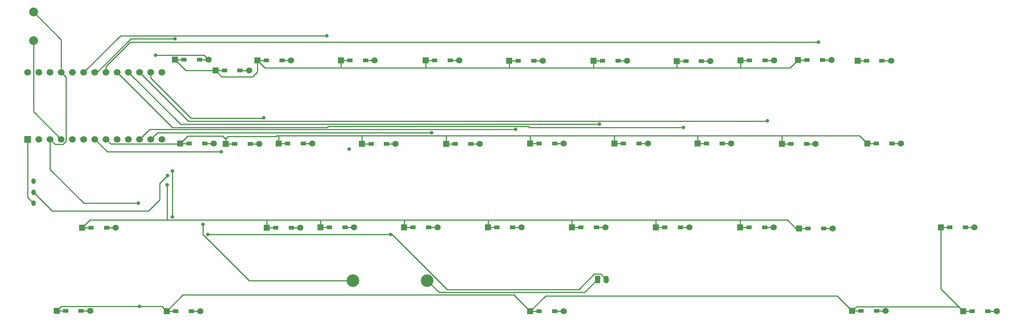
<source format=gbr>
G04 #@! TF.GenerationSoftware,KiCad,Pcbnew,7.0.8*
G04 #@! TF.CreationDate,2024-08-09T14:35:13+09:00*
G04 #@! TF.ProjectId,tacash36,74616361-7368-4333-962e-6b696361645f,rev?*
G04 #@! TF.SameCoordinates,Original*
G04 #@! TF.FileFunction,Copper,L1,Top*
G04 #@! TF.FilePolarity,Positive*
%FSLAX46Y46*%
G04 Gerber Fmt 4.6, Leading zero omitted, Abs format (unit mm)*
G04 Created by KiCad (PCBNEW 7.0.8) date 2024-08-09 14:35:13*
%MOMM*%
%LPD*%
G01*
G04 APERTURE LIST*
G04 Aperture macros list*
%AMRoundRect*
0 Rectangle with rounded corners*
0 $1 Rounding radius*
0 $2 $3 $4 $5 $6 $7 $8 $9 X,Y pos of 4 corners*
0 Add a 4 corners polygon primitive as box body*
4,1,4,$2,$3,$4,$5,$6,$7,$8,$9,$2,$3,0*
0 Add four circle primitives for the rounded corners*
1,1,$1+$1,$2,$3*
1,1,$1+$1,$4,$5*
1,1,$1+$1,$6,$7*
1,1,$1+$1,$8,$9*
0 Add four rect primitives between the rounded corners*
20,1,$1+$1,$2,$3,$4,$5,0*
20,1,$1+$1,$4,$5,$6,$7,0*
20,1,$1+$1,$6,$7,$8,$9,0*
20,1,$1+$1,$8,$9,$2,$3,0*%
G04 Aperture macros list end*
G04 #@! TA.AperFunction,ComponentPad*
%ADD10R,1.397000X1.397000*%
G04 #@! TD*
G04 #@! TA.AperFunction,SMDPad,CuDef*
%ADD11R,1.300000X0.950000*%
G04 #@! TD*
G04 #@! TA.AperFunction,ComponentPad*
%ADD12C,1.397000*%
G04 #@! TD*
G04 #@! TA.AperFunction,ComponentPad*
%ADD13O,1.000000X1.300000*%
G04 #@! TD*
G04 #@! TA.AperFunction,ComponentPad*
%ADD14C,1.524000*%
G04 #@! TD*
G04 #@! TA.AperFunction,ComponentPad*
%ADD15R,1.524000X1.524000*%
G04 #@! TD*
G04 #@! TA.AperFunction,ComponentPad*
%ADD16RoundRect,0.250000X-0.350000X-0.625000X0.350000X-0.625000X0.350000X0.625000X-0.350000X0.625000X0*%
G04 #@! TD*
G04 #@! TA.AperFunction,ComponentPad*
%ADD17O,1.200000X1.750000*%
G04 #@! TD*
G04 #@! TA.AperFunction,ComponentPad*
%ADD18C,2.000000*%
G04 #@! TD*
G04 #@! TA.AperFunction,ComponentPad*
%ADD19C,2.850000*%
G04 #@! TD*
G04 #@! TA.AperFunction,ViaPad*
%ADD20C,0.800000*%
G04 #@! TD*
G04 #@! TA.AperFunction,Conductor*
%ADD21C,0.250000*%
G04 #@! TD*
G04 APERTURE END LIST*
D10*
X36410000Y-46420000D03*
D11*
X38445000Y-46420000D03*
X41995000Y-46420000D03*
D12*
X44030000Y-46420000D03*
D10*
X-5440000Y-46420000D03*
D11*
X-3405000Y-46420000D03*
X145000Y-46420000D03*
D12*
X2180000Y-46420000D03*
D10*
X105690000Y-46310000D03*
D11*
X107725000Y-46310000D03*
X111275000Y-46310000D03*
D12*
X113310000Y-46310000D03*
D10*
X124740000Y-46330000D03*
D11*
X126775000Y-46330000D03*
X130325000Y-46330000D03*
D12*
X132360000Y-46330000D03*
D10*
X157220000Y-46540000D03*
D11*
X159255000Y-46540000D03*
X162805000Y-46540000D03*
D12*
X164840000Y-46540000D03*
D10*
X24800000Y-10660000D03*
D11*
X26835000Y-10660000D03*
X30385000Y-10660000D03*
D12*
X32420000Y-10660000D03*
D10*
X58070000Y-27380000D03*
D11*
X60105000Y-27380000D03*
X63655000Y-27380000D03*
D12*
X65690000Y-27380000D03*
D10*
X169320000Y-65280000D03*
D11*
X171355000Y-65280000D03*
X174905000Y-65280000D03*
D12*
X176940000Y-65280000D03*
D10*
X27110000Y-27310000D03*
D11*
X29145000Y-27310000D03*
X32695000Y-27310000D03*
D12*
X34730000Y-27310000D03*
D10*
X16825000Y-27230000D03*
D11*
X18860000Y-27230000D03*
X22410000Y-27230000D03*
D12*
X24445000Y-27230000D03*
D10*
X170510000Y-8440000D03*
D11*
X172545000Y-8440000D03*
X176095000Y-8440000D03*
D12*
X178130000Y-8440000D03*
D10*
X115320000Y-27230000D03*
D11*
X117355000Y-27230000D03*
X120905000Y-27230000D03*
D12*
X122940000Y-27230000D03*
D10*
X143950000Y-8350000D03*
D11*
X145985000Y-8350000D03*
X149535000Y-8350000D03*
D12*
X151570000Y-8350000D03*
D13*
X-16460000Y-40840000D03*
X-16460000Y-38340000D03*
X-16460000Y-35840000D03*
D10*
X53290000Y-8360000D03*
D11*
X55325000Y-8360000D03*
X58875000Y-8360000D03*
D12*
X60910000Y-8360000D03*
D10*
X15645000Y-8240000D03*
D11*
X17680000Y-8240000D03*
X21230000Y-8240000D03*
D12*
X23265000Y-8240000D03*
D10*
X96230000Y-27250000D03*
D11*
X98265000Y-27250000D03*
X101815000Y-27250000D03*
D12*
X103850000Y-27250000D03*
D14*
X-15260000Y-11067200D03*
X-12720000Y-11067200D03*
X-10180000Y-11067200D03*
X-7640000Y-11067200D03*
X-5100000Y-11067200D03*
X-2560000Y-11067200D03*
X-20000Y-11067200D03*
X2520000Y-11067200D03*
X5060000Y-11067200D03*
X7600000Y-11067200D03*
X10140000Y-11067200D03*
X12680000Y-11067200D03*
X12680000Y-26287200D03*
X10140000Y-26287200D03*
X7600000Y-26287200D03*
X5060000Y-26287200D03*
X2520000Y-26287200D03*
X-20000Y-26287200D03*
X-2560000Y-26287200D03*
X-5100000Y-26287200D03*
X-7640000Y-26287200D03*
X-10180000Y-26287200D03*
X-12720000Y-26287200D03*
X-15260000Y-26287200D03*
D15*
X-17800000Y-26287200D03*
D14*
X-17800000Y-11067200D03*
D10*
X91460000Y-8450000D03*
D11*
X93495000Y-8450000D03*
X97045000Y-8450000D03*
D12*
X99080000Y-8450000D03*
D10*
X96250000Y-65370000D03*
D11*
X98285000Y-65370000D03*
X101835000Y-65370000D03*
D12*
X103870000Y-65370000D03*
D10*
X13710000Y-65320000D03*
D11*
X15745000Y-65320000D03*
X19295000Y-65320000D03*
D12*
X21330000Y-65320000D03*
D10*
X129530000Y-8540000D03*
D11*
X131565000Y-8540000D03*
X135115000Y-8540000D03*
D12*
X137150000Y-8540000D03*
D10*
X34340000Y-8360000D03*
D11*
X36375000Y-8360000D03*
X39925000Y-8360000D03*
D12*
X41960000Y-8360000D03*
D10*
X153380000Y-27350000D03*
D11*
X155415000Y-27350000D03*
X158965000Y-27350000D03*
D12*
X161000000Y-27350000D03*
D10*
X172745000Y-27270000D03*
D11*
X174780000Y-27270000D03*
X178330000Y-27270000D03*
D12*
X180365000Y-27270000D03*
D10*
X110610000Y-8480000D03*
D11*
X112645000Y-8480000D03*
X116195000Y-8480000D03*
D12*
X118230000Y-8480000D03*
D10*
X39140000Y-27230000D03*
D11*
X41175000Y-27230000D03*
X44725000Y-27230000D03*
D12*
X46760000Y-27230000D03*
D10*
X134230000Y-27260000D03*
D11*
X136265000Y-27260000D03*
X139815000Y-27260000D03*
D12*
X141850000Y-27260000D03*
D10*
X143850000Y-46340000D03*
D11*
X145885000Y-46340000D03*
X149435000Y-46340000D03*
D12*
X151470000Y-46340000D03*
D10*
X189430000Y-46320000D03*
D11*
X191465000Y-46320000D03*
X195015000Y-46320000D03*
D12*
X197050000Y-46320000D03*
D10*
X-11270000Y-65290000D03*
D11*
X-9235000Y-65290000D03*
X-5685000Y-65290000D03*
D12*
X-3650000Y-65290000D03*
D10*
X157040000Y-8250000D03*
D11*
X159075000Y-8250000D03*
X162625000Y-8250000D03*
D12*
X164660000Y-8250000D03*
D10*
X194510000Y-65340000D03*
D11*
X196545000Y-65340000D03*
X200095000Y-65340000D03*
D12*
X202130000Y-65340000D03*
D10*
X67630000Y-46310000D03*
D11*
X69665000Y-46310000D03*
X73215000Y-46310000D03*
D12*
X75250000Y-46310000D03*
D10*
X72500000Y-8400000D03*
D11*
X74535000Y-8400000D03*
X78085000Y-8400000D03*
D12*
X80120000Y-8400000D03*
D10*
X48670000Y-46320000D03*
D11*
X50705000Y-46320000D03*
X54255000Y-46320000D03*
D12*
X56290000Y-46320000D03*
D16*
X111520000Y-58130000D03*
D17*
X113520000Y-58130000D03*
D10*
X77140000Y-27380000D03*
D11*
X79175000Y-27380000D03*
X82725000Y-27380000D03*
D12*
X84760000Y-27380000D03*
D18*
X-16500000Y-3890000D03*
X-16500000Y2610000D03*
D10*
X86670000Y-46300000D03*
D11*
X88705000Y-46300000D03*
X92255000Y-46300000D03*
D12*
X94290000Y-46300000D03*
D19*
X55980000Y-58380000D03*
X72880000Y-58380000D03*
D20*
X15620000Y-3480000D03*
X13860000Y-36670000D03*
X7570000Y-64271593D03*
X15005500Y-43915500D03*
X15010000Y-33510000D03*
X26086500Y-29120000D03*
X35777500Y-21420000D03*
X55110000Y-28560000D03*
X50065000Y-2760000D03*
X73877500Y-24775500D03*
X92927500Y-24060000D03*
X111977500Y-22869500D03*
X131027500Y-23630000D03*
X150077500Y-22100000D03*
X161650000Y-4210000D03*
X23050000Y-47920000D03*
X64540000Y-47890000D03*
X7300000Y-40830000D03*
X11240500Y-7200135D03*
X13880000Y-34550000D03*
X22000000Y-45650000D03*
D21*
X34340000Y-8360000D02*
X34340000Y-10990000D01*
X129410000Y-10070000D02*
X129530000Y-10070000D01*
X-2560000Y-11067200D02*
X-2560000Y-11632201D01*
X33235000Y-12095000D02*
X26235000Y-12095000D01*
X26235000Y-12095000D02*
X24800000Y-10660000D01*
X110710000Y-10070000D02*
X129410000Y-10070000D01*
X143970000Y-10070000D02*
X129410000Y-10070000D01*
X53290000Y-8360000D02*
X53290000Y-10010000D01*
X129530000Y-8540000D02*
X131565000Y-8540000D01*
X72500000Y-9890000D02*
X72680000Y-10070000D01*
X91460000Y-8450000D02*
X93495000Y-8450000D01*
X129530000Y-8540000D02*
X129530000Y-10070000D01*
X143950000Y-8350000D02*
X143950000Y-10050000D01*
X5592201Y-3480000D02*
X15620000Y-3480000D01*
X34340000Y-10990000D02*
X33235000Y-12095000D01*
X34340000Y-8360000D02*
X36050000Y-10070000D01*
X53290000Y-10010000D02*
X53350000Y-10070000D01*
X18065000Y-10660000D02*
X24800000Y-10660000D01*
X34340000Y-8360000D02*
X36375000Y-8360000D01*
X53350000Y-10070000D02*
X72680000Y-10070000D01*
X143950000Y-10050000D02*
X143970000Y-10070000D01*
X143950000Y-8350000D02*
X145985000Y-8350000D01*
X110610000Y-9970000D02*
X110710000Y-10070000D01*
X110610000Y-8480000D02*
X110610000Y-9970000D01*
X72500000Y-8400000D02*
X74535000Y-8400000D01*
X53290000Y-8360000D02*
X55325000Y-8360000D01*
X91460000Y-10000000D02*
X91530000Y-10070000D01*
X91530000Y-10070000D02*
X110710000Y-10070000D01*
X36050000Y-10070000D02*
X53350000Y-10070000D01*
X110610000Y-8480000D02*
X112645000Y-8480000D01*
X24800000Y-10660000D02*
X26835000Y-10660000D01*
X155220000Y-10070000D02*
X143970000Y-10070000D01*
X157040000Y-8250000D02*
X155220000Y-10070000D01*
X72680000Y-10070000D02*
X91530000Y-10070000D01*
X72500000Y-8400000D02*
X72500000Y-9890000D01*
X157040000Y-8250000D02*
X159075000Y-8250000D01*
X-2560000Y-11632201D02*
X5592201Y-3480000D01*
X15645000Y-8240000D02*
X17680000Y-8240000D01*
X15645000Y-8240000D02*
X18065000Y-10660000D01*
X91460000Y-8450000D02*
X91460000Y-10000000D01*
X134230000Y-27260000D02*
X136265000Y-27260000D01*
X96230000Y-25540000D02*
X96270000Y-25500000D01*
X58070000Y-25530000D02*
X58100000Y-25500000D01*
X77140000Y-25510000D02*
X77130000Y-25500000D01*
X39140000Y-27230000D02*
X39140000Y-25510000D01*
X16680800Y-27374200D02*
X16825000Y-27230000D01*
X170975000Y-25500000D02*
X153380000Y-25500000D01*
X38720000Y-25500000D02*
X38580000Y-25640000D01*
X39280000Y-25500000D02*
X38720000Y-25500000D01*
X115320000Y-27230000D02*
X117355000Y-27230000D01*
X172745000Y-27270000D02*
X170975000Y-25500000D01*
X16825000Y-27230000D02*
X18860000Y-27230000D01*
X172745000Y-27270000D02*
X174780000Y-27270000D01*
X77130000Y-25500000D02*
X58100000Y-25500000D01*
X153380000Y-25500000D02*
X134240000Y-25500000D01*
X153380000Y-27350000D02*
X153380000Y-25500000D01*
X96270000Y-25500000D02*
X77130000Y-25500000D01*
X77140000Y-27380000D02*
X77140000Y-25510000D01*
X115300000Y-25500000D02*
X96270000Y-25500000D01*
X96230000Y-27250000D02*
X98265000Y-27250000D01*
X27110000Y-26221593D02*
X27100000Y-26211593D01*
X58100000Y-25500000D02*
X39280000Y-25500000D01*
X96230000Y-27250000D02*
X96230000Y-25540000D01*
X115320000Y-27230000D02*
X115320000Y-25520000D01*
X58070000Y-27380000D02*
X58070000Y-25530000D01*
X115320000Y-25520000D02*
X115300000Y-25500000D01*
X18475000Y-25580000D02*
X26468407Y-25580000D01*
X39280000Y-25500000D02*
X39130000Y-25500000D01*
X16825000Y-27230000D02*
X18475000Y-25580000D01*
X39140000Y-27230000D02*
X41175000Y-27230000D01*
X134230000Y-25510000D02*
X134240000Y-25500000D01*
X27110000Y-27310000D02*
X29145000Y-27310000D01*
X27100000Y-26211593D02*
X27140000Y-26211593D01*
X134240000Y-25500000D02*
X115300000Y-25500000D01*
X58070000Y-27380000D02*
X60105000Y-27380000D01*
X134230000Y-27260000D02*
X134230000Y-25510000D01*
X26468407Y-25580000D02*
X27100000Y-26211593D01*
X-20000Y-26287200D02*
X1067000Y-27374200D01*
X27670000Y-25640000D02*
X38580000Y-25640000D01*
X27110000Y-27310000D02*
X27110000Y-26221593D01*
X39140000Y-25510000D02*
X39130000Y-25500000D01*
X27140000Y-26211593D02*
X27140000Y-26170000D01*
X27140000Y-26170000D02*
X27670000Y-25640000D01*
X153380000Y-27350000D02*
X155415000Y-27350000D01*
X1067000Y-27374200D02*
X16680800Y-27374200D01*
X77140000Y-27380000D02*
X79175000Y-27380000D01*
X48670000Y-46320000D02*
X50705000Y-46320000D01*
X86670000Y-46300000D02*
X86670000Y-45301593D01*
X48700000Y-44640000D02*
X36440000Y-44640000D01*
X124750000Y-44640000D02*
X124850000Y-44640000D01*
X13850000Y-44640000D02*
X11690000Y-44640000D01*
X124740000Y-46330000D02*
X124740000Y-44650000D01*
X11690000Y-44640000D02*
X-790000Y-44640000D01*
X15260000Y-44640000D02*
X13850000Y-44640000D01*
X124740000Y-46330000D02*
X126775000Y-46330000D01*
X36410000Y-46420000D02*
X38445000Y-46420000D01*
X86670000Y-45301593D02*
X86710000Y-45261593D01*
X105690000Y-45311593D02*
X105660000Y-45281593D01*
X-790000Y-44640000D02*
X-3660000Y-44640000D01*
X86670000Y-46300000D02*
X88705000Y-46300000D01*
X48670000Y-44670000D02*
X48700000Y-44640000D01*
X157220000Y-46540000D02*
X159255000Y-46540000D01*
X67680000Y-45251593D02*
X67680000Y-44640000D01*
X86710000Y-45261593D02*
X86710000Y-44640000D01*
X-3660000Y-44640000D02*
X-5440000Y-46420000D01*
X105690000Y-44640000D02*
X124750000Y-44640000D01*
X145885000Y-46340000D02*
X143850000Y-46340000D01*
X105690000Y-46310000D02*
X105690000Y-45311593D01*
X105690000Y-46310000D02*
X107725000Y-46310000D01*
X13860000Y-44630000D02*
X13850000Y-44640000D01*
X36440000Y-44640000D02*
X15730000Y-44640000D01*
X105660000Y-45281593D02*
X105690000Y-45251593D01*
X13860000Y-36670000D02*
X13860000Y-44630000D01*
X154621500Y-44640000D02*
X143700000Y-44640000D01*
X67680000Y-44640000D02*
X86710000Y-44640000D01*
X48670000Y-46320000D02*
X48670000Y-44670000D01*
X15730000Y-44640000D02*
X15260000Y-44640000D01*
X143850000Y-46340000D02*
X143850000Y-44690000D01*
X36410000Y-44670000D02*
X36440000Y-44640000D01*
X157220000Y-46540000D02*
X156521500Y-46540000D01*
X86710000Y-44640000D02*
X105690000Y-44640000D01*
X67630000Y-46310000D02*
X69665000Y-46310000D01*
X67630000Y-46310000D02*
X67630000Y-45301593D01*
X67630000Y-45301593D02*
X67680000Y-45251593D01*
X-5440000Y-46420000D02*
X-3405000Y-46420000D01*
X105690000Y-45251593D02*
X105690000Y-44640000D01*
X36410000Y-46420000D02*
X36410000Y-44670000D01*
X124850000Y-44640000D02*
X143900000Y-44640000D01*
X124740000Y-44650000D02*
X124750000Y-44640000D01*
X156521500Y-46540000D02*
X154621500Y-44640000D01*
X48700000Y-44640000D02*
X67680000Y-44640000D01*
X15030000Y-43891000D02*
X15005500Y-43915500D01*
X7570000Y-64271593D02*
X12661593Y-64271593D01*
X15010000Y-38400000D02*
X15030000Y-38420000D01*
X15030000Y-38420000D02*
X15030000Y-43891000D01*
X96250000Y-65370000D02*
X98285000Y-65370000D01*
X194510000Y-65340000D02*
X196545000Y-65340000D01*
X169320000Y-65280000D02*
X170298407Y-64301593D01*
X99730000Y-61890000D02*
X165930000Y-61890000D01*
X170298407Y-64301593D02*
X193411593Y-64301593D01*
X170510000Y-8440000D02*
X172545000Y-8440000D01*
X193441593Y-64271593D02*
X194510000Y-65340000D01*
X189430000Y-60260000D02*
X194510000Y-65340000D01*
X15005500Y-43915500D02*
X15080000Y-43841000D01*
X96250000Y-65370000D02*
X92680000Y-61800000D01*
X96250000Y-65370000D02*
X99730000Y-61890000D01*
X15010000Y-33510000D02*
X15010000Y-38400000D01*
X17370000Y-61660000D02*
X92540000Y-61660000D01*
X189430000Y-46320000D02*
X191465000Y-46320000D01*
X-11270000Y-65290000D02*
X-10251593Y-64271593D01*
X-10251593Y-64271593D02*
X7570000Y-64271593D01*
X-11270000Y-65290000D02*
X-9235000Y-65290000D01*
X13710000Y-65320000D02*
X17370000Y-61660000D01*
X193411593Y-64301593D02*
X193441593Y-64271593D01*
X13710000Y-65320000D02*
X15745000Y-65320000D01*
X92540000Y-61660000D02*
X96250000Y-65370000D01*
X165930000Y-61890000D02*
X169320000Y-65280000D01*
X189430000Y-46320000D02*
X189430000Y-60260000D01*
X169320000Y-65280000D02*
X171355000Y-65280000D01*
X12661593Y-64271593D02*
X13710000Y-65320000D01*
X272800Y-29120000D02*
X26086500Y-29120000D01*
X-2560000Y-26287200D02*
X272800Y-29120000D01*
X10140000Y-12331333D02*
X19283667Y-21475000D01*
X10140000Y-11067200D02*
X10140000Y-12331333D01*
X19283667Y-21475000D02*
X35722500Y-21475000D01*
X35722500Y-21475000D02*
X35777500Y-21420000D01*
X-5100000Y-11067200D02*
X3212200Y-2755000D01*
X3212200Y-2755000D02*
X50060000Y-2755000D01*
X50060000Y-2755000D02*
X50065000Y-2760000D01*
X55110000Y-28560000D02*
X55120000Y-28560000D01*
X11651700Y-24775500D02*
X73877500Y-24775500D01*
X10140000Y-26287200D02*
X11651700Y-24775500D01*
X92918000Y-24050500D02*
X92927500Y-24060000D01*
X7600000Y-26287200D02*
X9836700Y-24050500D01*
X9836700Y-24050500D02*
X92918000Y-24050500D01*
X16862300Y-22869500D02*
X111977500Y-22869500D01*
X5060000Y-11067200D02*
X16862300Y-22869500D01*
X95815000Y-23335000D02*
X96074500Y-23594500D01*
X130992000Y-23594500D02*
X131027500Y-23630000D01*
X50425500Y-23335000D02*
X95815000Y-23335000D01*
X96074500Y-23594500D02*
X130992000Y-23594500D01*
X2520000Y-11067200D02*
X15053300Y-23600500D01*
X15053300Y-23600500D02*
X50160000Y-23600500D01*
X50160000Y-23600500D02*
X50425500Y-23335000D01*
X7600000Y-11067200D02*
X18677800Y-22145000D01*
X18677800Y-22145000D02*
X150032500Y-22145000D01*
X150032500Y-22145000D02*
X150077500Y-22100000D01*
X161612727Y-4247273D02*
X161650000Y-4210000D01*
X5461324Y-4247273D02*
X161612727Y-4247273D01*
X-20000Y-11067200D02*
X-20000Y-9728597D01*
X-20000Y-9728597D02*
X5461324Y-4247273D01*
X21330000Y-65320000D02*
X19295000Y-65320000D01*
X112320000Y-56930000D02*
X110800000Y-56930000D01*
X-12720000Y-26287200D02*
X-12720000Y-33160000D01*
X-12720000Y-33160000D02*
X-5050000Y-40830000D01*
X77393153Y-60420000D02*
X64863153Y-47890000D01*
X-9762326Y-27400000D02*
X-11607200Y-27400000D01*
X113520000Y-58130000D02*
X112320000Y-56930000D01*
X-11607200Y-27400000D02*
X-12720000Y-26287200D01*
X110800000Y-56930000D02*
X107310000Y-60420000D01*
X-10180000Y-3710000D02*
X-10180000Y-11067200D01*
X-10180000Y-11067200D02*
X-9093000Y-12154200D01*
X-16500000Y2610000D02*
X-10180000Y-3710000D01*
X-5050000Y-40830000D02*
X7300000Y-40830000D01*
X64863153Y-47890000D02*
X64540000Y-47890000D01*
X-9093000Y-26730674D02*
X-9762326Y-27400000D01*
X107310000Y-60420000D02*
X77393153Y-60420000D01*
X23050000Y-47920000D02*
X64510000Y-47920000D01*
X-9093000Y-12154200D02*
X-9093000Y-26730674D01*
X64510000Y-47920000D02*
X64540000Y-47890000D01*
X22225135Y-7200135D02*
X23265000Y-8240000D01*
X23265000Y-8240000D02*
X21230000Y-8240000D01*
X11240500Y-7200135D02*
X22225135Y-7200135D01*
X32420000Y-10660000D02*
X30385000Y-10660000D01*
X41960000Y-8360000D02*
X39925000Y-8360000D01*
X60910000Y-8360000D02*
X58875000Y-8360000D01*
X80120000Y-8400000D02*
X78085000Y-8400000D01*
X99080000Y-8450000D02*
X97045000Y-8450000D01*
X118230000Y-8480000D02*
X116195000Y-8480000D01*
X137150000Y-8540000D02*
X135115000Y-8540000D01*
X151570000Y-8350000D02*
X149535000Y-8350000D01*
X164660000Y-8250000D02*
X162625000Y-8250000D01*
X24445000Y-27230000D02*
X22410000Y-27230000D01*
X34730000Y-27310000D02*
X32695000Y-27310000D01*
X46760000Y-27230000D02*
X44725000Y-27230000D01*
X65690000Y-27380000D02*
X63655000Y-27380000D01*
X84760000Y-27380000D02*
X82725000Y-27380000D01*
X103850000Y-27250000D02*
X101815000Y-27250000D01*
X122940000Y-27230000D02*
X120905000Y-27230000D01*
X141850000Y-27260000D02*
X139815000Y-27260000D01*
X161000000Y-27350000D02*
X158965000Y-27350000D01*
X180365000Y-27270000D02*
X178330000Y-27270000D01*
X2180000Y-46420000D02*
X145000Y-46420000D01*
X44030000Y-46420000D02*
X41995000Y-46420000D01*
X56290000Y-46320000D02*
X54255000Y-46320000D01*
X75250000Y-46310000D02*
X73215000Y-46310000D01*
X94290000Y-46300000D02*
X92255000Y-46300000D01*
X113310000Y-46310000D02*
X111275000Y-46310000D01*
X132360000Y-46330000D02*
X130325000Y-46330000D01*
X151470000Y-46340000D02*
X149435000Y-46340000D01*
X164840000Y-46540000D02*
X162805000Y-46540000D01*
X-3650000Y-65290000D02*
X-5685000Y-65290000D01*
X103870000Y-65370000D02*
X101835000Y-65370000D01*
X176940000Y-65280000D02*
X174905000Y-65280000D01*
X197050000Y-46320000D02*
X195015000Y-46320000D01*
X178130000Y-8440000D02*
X176095000Y-8440000D01*
X202130000Y-65340000D02*
X200095000Y-65340000D01*
X72880000Y-58380000D02*
X75550000Y-61050000D01*
X-12210000Y-42590000D02*
X-16460000Y-38340000D01*
X75550000Y-61050000D02*
X108600000Y-61050000D01*
X9630000Y-42590000D02*
X-12210000Y-42590000D01*
X55980000Y-58380000D02*
X32484695Y-58380000D01*
X108600000Y-61050000D02*
X111520000Y-58130000D01*
X12140000Y-36290000D02*
X12140000Y-40080000D01*
X13880000Y-34550000D02*
X12140000Y-36290000D01*
X22000000Y-47895305D02*
X22000000Y-45650000D01*
X12140000Y-40080000D02*
X9630000Y-42590000D01*
X32484695Y-58380000D02*
X22000000Y-47895305D01*
X-17800000Y-26287200D02*
X-17800000Y-39500000D01*
X-17800000Y-39500000D02*
X-16460000Y-40840000D01*
X-16500000Y-19967200D02*
X-10180000Y-26287200D01*
X-16500000Y-3890000D02*
X-16500000Y-19967200D01*
M02*

</source>
